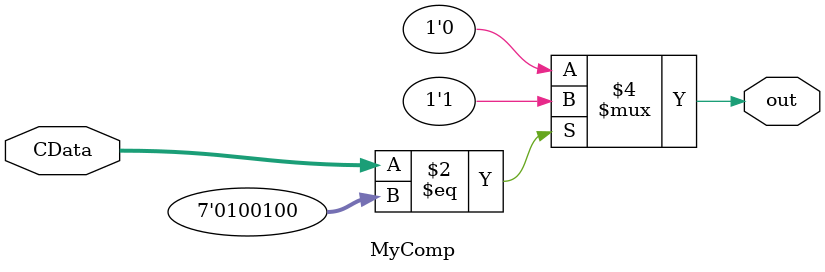
<source format=v>
module MyComp(CData,out);
input [6:0] CData;
wire [6:0] CData;
output out;
reg out;
always @ (CData)
begin
	//compare value in register with 2
	if(CData == 7'b0100100)
		out <=1'b1;
	else
		out <=1'b0;
	end
endmodule 
</source>
